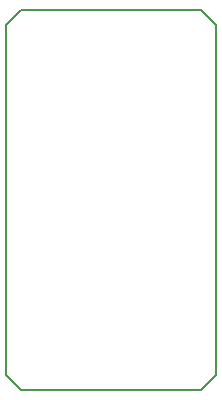
<source format=gm1>
G04 #@! TF.GenerationSoftware,KiCad,Pcbnew,7.0.1*
G04 #@! TF.CreationDate,2023-03-21T03:45:51+09:00*
G04 #@! TF.ProjectId,Pmod_Debug,506d6f64-5f44-4656-9275-672e6b696361,rev?*
G04 #@! TF.SameCoordinates,Original*
G04 #@! TF.FileFunction,Profile,NP*
%FSLAX46Y46*%
G04 Gerber Fmt 4.6, Leading zero omitted, Abs format (unit mm)*
G04 Created by KiCad (PCBNEW 7.0.1) date 2023-03-21 03:45:51*
%MOMM*%
%LPD*%
G01*
G04 APERTURE LIST*
G04 #@! TA.AperFunction,Profile*
%ADD10C,0.150000*%
G04 #@! TD*
G04 APERTURE END LIST*
D10*
X19050000Y-8890000D02*
X20320000Y-10160000D01*
X2540000Y-10160000D02*
X3810000Y-8890000D01*
X3810000Y-41000000D02*
X2540000Y-39730000D01*
X20320000Y-39730000D02*
X19050000Y-41000000D01*
X2540000Y-39730000D02*
X2540000Y-10160000D01*
X20320000Y-10160000D02*
X20320000Y-39730000D01*
X3810000Y-41000000D02*
X19050000Y-41000000D01*
X3810000Y-8890000D02*
X19050000Y-8890000D01*
M02*

</source>
